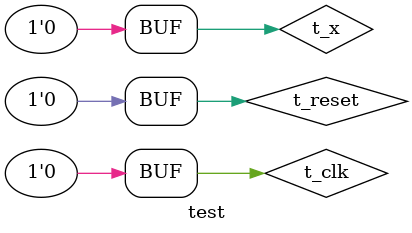
<source format=v>
/*******************************************************************************/
/*Program Name: lab6Seq.v */
/*Description: Verilog description and test bench for a combinational circuit*/
/*Author: Eithne Amos */
/*Person number: 50209909 */
/*Date of completion: 12/8/2017 */
/*******************************************************************************/

module seq(x, clk, reset, out);
input x, clk, reset;
output reg out;
reg [2:0] state;

parameter s0=3'b000,
	  s1=3'b001,
	  s2=3'b010,
	  s3=3'b011,
	  s4=4'b100;

always @(posedge reset or posedge clk)
	if (reset) begin state = s0; end
	else
		case (state)
			s0: begin out=0;
				if (x) state = s4; 
				else state = s1; 
			end

			s1: begin out=0;
				if (x) state = s2;
				else state = s1;
			end

			s2: begin out = 1; 
				if (x) state = s4;
				else state = s3;
			end

			s3: begin out = 1;
				if (x) state = s2;
				else state = s1;
			end

			s4: begin out = 0;
				if (x) state = s4;
				else state = s3;
			end
		endcase

endmodule

module test;
reg t_x, t_clk, t_reset;
wire t_out;

seq in1(t_x, t_clk, t_reset, t_out);

initial begin
	t_x = 0;
	t_clk = 0;
	t_reset = 1;
	#10 t_reset = 0;


	repeat (32) begin
		t_x = ~t_x;
		#10 t_clk=~t_clk;
		#10 t_clk=~t_clk;
	end
		
		

end

// produce file
initial 
begin
$dumpfile("test.vcd");
$dumpvars(0, test);
$monitor("x: %b out: %b", t_x, t_out);
end
endmodule

</source>
